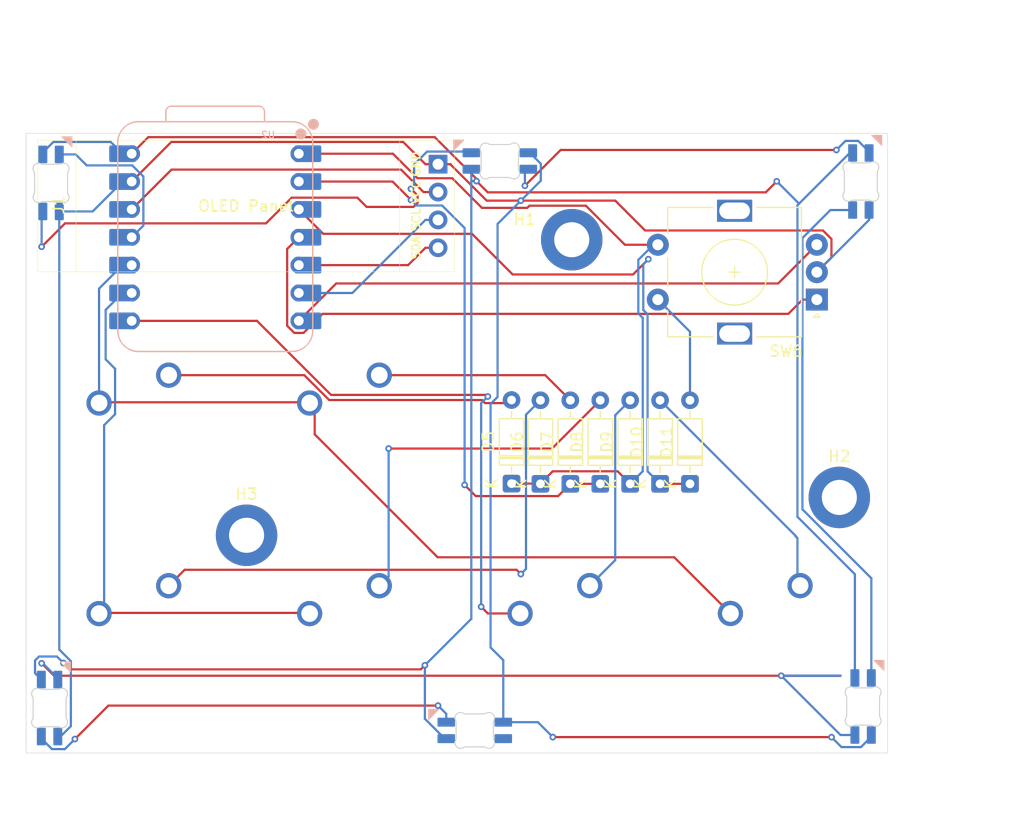
<source format=kicad_pcb>
(kicad_pcb (version 20241229) (generator "pcbnew") (generator_version "9.0")
  (layers (0 "F.Cu" signal) (2 "B.Cu" signal) (13 "F.Paste" user) (15 "B.Paste" user) (5 "F.SilkS" user "F.Silkscreen") (7 "B.SilkS" user "B.Silkscreen") (1 "F.Mask" user) (3 "B.Mask" user) (25 "Edge.Cuts" user))
  (net 0 "")
  (net 1 "VCC")
  (net 2 "GND")
  (net 3 "Net-(D1-DOUT)")
  (net 4 "LED_STR")
  (net 5 "Net-(D2-DOUT)")
  (net 6 "Net-(D3-DOUT)")
  (net 7 "SDA")
  (net 8 "SCL")
  (net 9 "COL0")
  (net 10 "Net-(D5-A)")
  (net 11 "Net-(D7-A)")
  (net 12 "COL1")
  (net 13 "Net-(D6-A)")
  (net 14 "Net-(D8-A)")
  (net 15 "Pin1")
  (net 16 "Pin2")
  (net 17 "+5V")
  (net 21 "COL2")
  (net 22 "Net-(D9-A)")
  (net 23 "Net-(D10-A)")
  (net 24 "RotarSwitch2")
  (net 25 "ROW0")
  (net 26 "ROW2")
  (net 27 "ROW1")
  (net 28 "Net-(D12-DIN)")
  (net 29 "Net-(D12-DOUT)")
  (footprint "KeySwitch:MX-Solderable-1U" (layer "F.Cu") (at 184.15 121.57)
    (property "Reference" "SW4")
    (property "Value" "SW_Push")
  )
  (footprint "Diode_THT:D_DO-35_SOD27_P7.62mm_Horizontal" (layer "F.Cu") (at 179.5622 107.1875 90)
    (property "Reference" "D5")
    (property "Value" "D")
  )
  (footprint "Hackclub Footprints:MX_SK6812MINI-E_REV" (layer "F.Cu") (at 216.6975 127.5125 -90)
    (property "Reference" "D4" (hide yes))
    (property "Value" "SK6812MINI")
    (fp_line (start 0.794452 6.579999) (end -0.794453 6.579999) (stroke (width 0.1)) (layer "Edge.Cuts"))
    (fp_line (start -1.699999 5.782842) (end -1.699999 4.377158) (stroke (width 0.1)) (layer "Edge.Cuts"))
    (fp_line (start 1.699999 4.377158) (end 1.699999 5.782842) (stroke (width 0.1)) (layer "Edge.Cuts"))
    (fp_line (start -0.794452 3.58) (end 0.794452 3.58) (stroke (width 0.1)) (layer "Edge.Cuts"))
    (fp_arc (start -1.046711 6.648298) (mid -0.925123 6.597376) (end -0.794453 6.579999) (stroke (width 0.1)) (layer "Edge.Cuts"))
    (fp_arc (start -1.046711 6.648298) (mid -1.638071 6.584034) (end -1.749484 5.99972) (stroke (width 0.1)) (layer "Edge.Cuts"))
    (fp_arc (start 0.794453 6.58) (mid 0.925123 6.597377) (end 1.046711 6.648299) (stroke (width 0.1)) (layer "Edge.Cuts"))
    (fp_arc (start 1.749484 5.99972) (mid 1.638071 6.584035) (end 1.046711 6.648299) (stroke (width 0.1)) (layer "Edge.Cuts"))
    (fp_arc (start 1.749484 5.99972) (mid 1.712527 5.894068) (end 1.699999 5.782842) (stroke (width 0.1)) (layer "Edge.Cuts"))
    (fp_arc (start -1.699999 5.782843) (mid -1.712527 5.894068) (end -1.749484 5.99972) (stroke (width 0.1)) (layer "Edge.Cuts"))
    (fp_arc (start 1.699999 4.377157) (mid 1.712527 4.265932) (end 1.749484 4.16028) (stroke (width 0.1)) (layer "Edge.Cuts"))
    (fp_arc (start -1.749484 4.160281) (mid -1.638072 3.575965) (end -1.046711 3.511701) (stroke (width 0.1)) (layer "Edge.Cuts"))
    (fp_arc (start -1.749484 4.16028) (mid -1.712527 4.265932) (end -1.699999 4.377158) (stroke (width 0.1)) (layer "Edge.Cuts"))
    (fp_arc (start -0.794452 3.58) (mid -0.925123 3.562623) (end -1.046711 3.511701) (stroke (width 0.1)) (layer "Edge.Cuts"))
    (fp_arc (start 1.046711 3.511703) (mid 1.63807 3.575966) (end 1.749484 4.16028) (stroke (width 0.1)) (layer "Edge.Cuts"))
    (fp_arc (start 1.04671 3.511701) (mid 0.925122 3.562623) (end 0.794452 3.58) (stroke (width 0.1)) (layer "Edge.Cuts"))
  )
  (footprint "Diode_THT:D_DO-35_SOD27_P7.62mm_Horizontal" (layer "F.Cu") (at 193.1044 107.21 90)
    (property "Reference" "D10")
    (property "Value" "D")
  )
  (footprint "MountingHole:MountingHole_3.2mm_M3_DIN965_Pad_TopBottom" (layer "F.Cu") (at 155.4 111.9)
    (property "Reference" "H3")
    (property "Value" "MountingHole_Pad")
  )
  (footprint "Hackclub Footprints:MX_SK6812MINI-E_REV" (layer "F.Cu") (at 142.5175 127.6525 -90)
    (property "Reference" "D12" (hide yes))
    (property "Value" "SK6812MINI")
    (fp_line (start 0.794452 6.579999) (end -0.794453 6.579999) (stroke (width 0.1)) (layer "Edge.Cuts"))
    (fp_line (start -1.699999 5.782842) (end -1.699999 4.377158) (stroke (width 0.1)) (layer "Edge.Cuts"))
    (fp_line (start 1.699999 4.377158) (end 1.699999 5.782842) (stroke (width 0.1)) (layer "Edge.Cuts"))
    (fp_line (start -0.794452 3.58) (end 0.794452 3.58) (stroke (width 0.1)) (layer "Edge.Cuts"))
    (fp_arc (start -1.046711 6.648298) (mid -0.925123 6.597376) (end -0.794453 6.579999) (stroke (width 0.1)) (layer "Edge.Cuts"))
    (fp_arc (start -1.046711 6.648298) (mid -1.638071 6.584034) (end -1.749484 5.99972) (stroke (width 0.1)) (layer "Edge.Cuts"))
    (fp_arc (start 0.794453 6.58) (mid 0.925123 6.597377) (end 1.046711 6.648299) (stroke (width 0.1)) (layer "Edge.Cuts"))
    (fp_arc (start 1.749484 5.99972) (mid 1.638071 6.584035) (end 1.046711 6.648299) (stroke (width 0.1)) (layer "Edge.Cuts"))
    (fp_arc (start 1.749484 5.99972) (mid 1.712527 5.894068) (end 1.699999 5.782842) (stroke (width 0.1)) (layer "Edge.Cuts"))
    (fp_arc (start -1.699999 5.782843) (mid -1.712527 5.894068) (end -1.749484 5.99972) (stroke (width 0.1)) (layer "Edge.Cuts"))
    (fp_arc (start 1.699999 4.377157) (mid 1.712527 4.265932) (end 1.749484 4.16028) (stroke (width 0.1)) (layer "Edge.Cuts"))
    (fp_arc (start -1.749484 4.160281) (mid -1.638072 3.575965) (end -1.046711 3.511701) (stroke (width 0.1)) (layer "Edge.Cuts"))
    (fp_arc (start -1.749484 4.16028) (mid -1.712527 4.265932) (end -1.699999 4.377158) (stroke (width 0.1)) (layer "Edge.Cuts"))
    (fp_arc (start -0.794452 3.58) (mid -0.925123 3.562623) (end -1.046711 3.511701) (stroke (width 0.1)) (layer "Edge.Cuts"))
    (fp_arc (start 1.046711 3.511703) (mid 1.63807 3.575966) (end 1.749484 4.16028) (stroke (width 0.1)) (layer "Edge.Cuts"))
    (fp_arc (start 1.04671 3.511701) (mid 0.925122 3.562623) (end 0.794452 3.58) (stroke (width 0.1)) (layer "Edge.Cuts"))
  )
  (footprint "Diode_THT:D_DO-35_SOD27_P7.62mm_Horizontal" (layer "F.Cu") (at 187.65 107.21 90)
    (property "Reference" "D8")
    (property "Value" "D")
  )
  (footprint "Rotary_Encoder:RotaryEncoder_Alps_EC11E-Switch_Vertical_H20mm" (layer "F.Cu") (at 207.4 90.41 180)
    (property "Reference" "SW6")
    (property "Value" "RotaryEncoder_Switch")
  )
  (footprint "KeySwitch:MX-Solderable-1U" (layer "F.Cu") (at 164.96 102.38)
    (property "Reference" "SW1")
    (property "Value" "SW_Push")
  )
  (footprint "KeySwitch:MX-Solderable-1U" (layer "F.Cu") (at 145.76 121.58)
    (property "Reference" "SW2")
    (property "Value" "SW_Push")
  )
  (footprint "Hackclub Footprints:MX_SK6812MINI-E_REV" (layer "F.Cu") (at 178.4925 72.6925)
    (property "Reference" "D2" (hide yes))
    (property "Value" "SK6812MINI")
    (fp_line (start -1.699999 5.782842) (end -1.699999 4.377158) (stroke (width 0.1)) (layer "Edge.Cuts"))
    (fp_line (start -0.794452 3.58) (end 0.794452 3.58) (stroke (width 0.1)) (layer "Edge.Cuts"))
    (fp_line (start 0.794452 6.579999) (end -0.794453 6.579999) (stroke (width 0.1)) (layer "Edge.Cuts"))
    (fp_line (start 1.699999 4.377158) (end 1.699999 5.782842) (stroke (width 0.1)) (layer "Edge.Cuts"))
    (fp_arc (start -1.749484 4.16028) (mid -1.712527 4.265932) (end -1.699999 4.377158) (stroke (width 0.1)) (layer "Edge.Cuts"))
    (fp_arc (start -1.749484 4.160281) (mid -1.638072 3.575965) (end -1.046711 3.511701) (stroke (width 0.1)) (layer "Edge.Cuts"))
    (fp_arc (start -1.699999 5.782843) (mid -1.712527 5.894068) (end -1.749484 5.99972) (stroke (width 0.1)) (layer "Edge.Cuts"))
    (fp_arc (start -1.046711 6.648298) (mid -1.638071 6.584034) (end -1.749484 5.99972) (stroke (width 0.1)) (layer "Edge.Cuts"))
    (fp_arc (start -1.046711 6.648298) (mid -0.925123 6.597376) (end -0.794453 6.579999) (stroke (width 0.1)) (layer "Edge.Cuts"))
    (fp_arc (start -0.794452 3.58) (mid -0.925123 3.562623) (end -1.046711 3.511701) (stroke (width 0.1)) (layer "Edge.Cuts"))
    (fp_arc (start 0.794453 6.58) (mid 0.925123 6.597377) (end 1.046711 6.648299) (stroke (width 0.1)) (layer "Edge.Cuts"))
    (fp_arc (start 1.04671 3.511701) (mid 0.925122 3.562623) (end 0.794452 3.58) (stroke (width 0.1)) (layer "Edge.Cuts"))
    (fp_arc (start 1.046711 3.511703) (mid 1.63807 3.575966) (end 1.749484 4.16028) (stroke (width 0.1)) (layer "Edge.Cuts"))
    (fp_arc (start 1.699999 4.377157) (mid 1.712527 4.265932) (end 1.749484 4.16028) (stroke (width 0.1)) (layer "Edge.Cuts"))
    (fp_arc (start 1.749484 5.99972) (mid 1.638071 6.584035) (end 1.046711 6.648299) (stroke (width 0.1)) (layer "Edge.Cuts"))
    (fp_arc (start 1.749484 5.99972) (mid 1.712527 5.894068) (end 1.699999 5.782842) (stroke (width 0.1)) (layer "Edge.Cuts"))
  )
  (footprint "KeySwitch:MX-Solderable-1U" (layer "F.Cu") (at 164.96 121.58)
    (property "Reference" "SW3")
    (property "Value" "SW_Push")
  )
  (footprint "OLED 128x32:SSD1306-0.91-OLED-4pin-128x32" (layer "F.Cu") (at 136.36 75.875)
    (property "Reference" "J1")
    (property "Value" "Conn_01x04")
  )
  (footprint "KeySwitch:MX-Solderable-1U" (layer "F.Cu") (at 203.33 121.57)
    (property "Reference" "SW5")
    (property "Value" "SW_Push")
  )
  (footprint "Diode_THT:D_DO-35_SOD27_P7.62mm_Horizontal" (layer "F.Cu") (at 182.1956 107.21 90)
    (property "Reference" "D6")
    (property "Value" "D")
  )
  (footprint "Diode_THT:D_DO-35_SOD27_P7.62mm_Horizontal" (layer "F.Cu") (at 190.3772 107.21 90)
    (property "Reference" "D9")
    (property "Value" "D")
  )
  (footprint "Diode_THT:D_DO-35_SOD27_P7.62mm_Horizontal" (layer "F.Cu") (at 184.9228 107.21 90)
    (property "Reference" "D7")
    (property "Value" "D")
  )
  (footprint "Hackclub Footprints:MX_SK6812MINI-E_REV" (layer "F.Cu") (at 216.4925 79.6425 -90)
    (property "Reference" "D3" (hide yes))
    (property "Value" "SK6812MINI")
    (fp_line (start 0.794452 6.579999) (end -0.794453 6.579999) (stroke (width 0.1)) (layer "Edge.Cuts"))
    (fp_line (start -1.699999 5.782842) (end -1.699999 4.377158) (stroke (width 0.1)) (layer "Edge.Cuts"))
    (fp_line (start 1.699999 4.377158) (end 1.699999 5.782842) (stroke (width 0.1)) (layer "Edge.Cuts"))
    (fp_line (start -0.794452 3.58) (end 0.794452 3.58) (stroke (width 0.1)) (layer "Edge.Cuts"))
    (fp_arc (start -1.046711 6.648298) (mid -0.925123 6.597376) (end -0.794453 6.579999) (stroke (width 0.1)) (layer "Edge.Cuts"))
    (fp_arc (start -1.046711 6.648298) (mid -1.638071 6.584034) (end -1.749484 5.99972) (stroke (width 0.1)) (layer "Edge.Cuts"))
    (fp_arc (start 0.794453 6.58) (mid 0.925123 6.597377) (end 1.046711 6.648299) (stroke (width 0.1)) (layer "Edge.Cuts"))
    (fp_arc (start 1.749484 5.99972) (mid 1.638071 6.584035) (end 1.046711 6.648299) (stroke (width 0.1)) (layer "Edge.Cuts"))
    (fp_arc (start 1.749484 5.99972) (mid 1.712527 5.894068) (end 1.699999 5.782842) (stroke (width 0.1)) (layer "Edge.Cuts"))
    (fp_arc (start -1.699999 5.782843) (mid -1.712527 5.894068) (end -1.749484 5.99972) (stroke (width 0.1)) (layer "Edge.Cuts"))
    (fp_arc (start 1.699999 4.377157) (mid 1.712527 4.265932) (end 1.749484 4.16028) (stroke (width 0.1)) (layer "Edge.Cuts"))
    (fp_arc (start -1.749484 4.160281) (mid -1.638072 3.575965) (end -1.046711 3.511701) (stroke (width 0.1)) (layer "Edge.Cuts"))
    (fp_arc (start -1.749484 4.16028) (mid -1.712527 4.265932) (end -1.699999 4.377158) (stroke (width 0.1)) (layer "Edge.Cuts"))
    (fp_arc (start -0.794452 3.58) (mid -0.925123 3.562623) (end -1.046711 3.511701) (stroke (width 0.1)) (layer "Edge.Cuts"))
    (fp_arc (start 1.046711 3.511703) (mid 1.63807 3.575966) (end 1.749484 4.16028) (stroke (width 0.1)) (layer "Edge.Cuts"))
    (fp_arc (start 1.04671 3.511701) (mid 0.925122 3.562623) (end 0.794452 3.58) (stroke (width 0.1)) (layer "Edge.Cuts"))
  )
  (footprint "KeySwitch:MX-Solderable-1U" (layer "F.Cu") (at 145.76 102.38)
    (property "Reference" "SW0")
    (property "Value" "SW_Push")
  )
  (footprint "Diode_THT:D_DO-35_SOD27_P7.62mm_Horizontal" (layer "F.Cu") (at 195.8316 107.21 90)
    (property "Reference" "D11")
    (property "Value" "D")
  )
  (footprint "MountingHole:MountingHole_3.2mm_M3_DIN965_Pad_TopBottom" (layer "F.Cu") (at 185.05 84.95)
    (property "Reference" "H1")
    (property "Value" "MountingHole_Pad")
  )
  (footprint "MountingHole:MountingHole_3.2mm_M3_DIN965_Pad_TopBottom" (layer "F.Cu") (at 209.45 108.45)
    (property "Reference" "H2")
    (property "Value" "MountingHole_Pad")
  )
  (footprint "Hackclub Footprints:MX_SK6812MINI-E_REV" (layer "F.Cu") (at 142.6525 79.7725 -90)
    (property "Reference" "D1" (hide yes))
    (property "Value" "SK6812MINI")
    (fp_line (start 0.794452 6.579999) (end -0.794453 6.579999) (stroke (width 0.1)) (layer "Edge.Cuts"))
    (fp_line (start -1.699999 5.782842) (end -1.699999 4.377158) (stroke (width 0.1)) (layer "Edge.Cuts"))
    (fp_line (start 1.699999 4.377158) (end 1.699999 5.782842) (stroke (width 0.1)) (layer "Edge.Cuts"))
    (fp_line (start -0.794452 3.58) (end 0.794452 3.58) (stroke (width 0.1)) (layer "Edge.Cuts"))
    (fp_arc (start -1.046711 6.648298) (mid -0.925123 6.597376) (end -0.794453 6.579999) (stroke (width 0.1)) (layer "Edge.Cuts"))
    (fp_arc (start -1.046711 6.648298) (mid -1.638071 6.584034) (end -1.749484 5.99972) (stroke (width 0.1)) (layer "Edge.Cuts"))
    (fp_arc (start 0.794453 6.58) (mid 0.925123 6.597377) (end 1.046711 6.648299) (stroke (width 0.1)) (layer "Edge.Cuts"))
    (fp_arc (start 1.749484 5.99972) (mid 1.638071 6.584035) (end 1.046711 6.648299) (stroke (width 0.1)) (layer "Edge.Cuts"))
    (fp_arc (start 1.749484 5.99972) (mid 1.712527 5.894068) (end 1.699999 5.782842) (stroke (width 0.1)) (layer "Edge.Cuts"))
    (fp_arc (start -1.699999 5.782843) (mid -1.712527 5.894068) (end -1.749484 5.99972) (stroke (width 0.1)) (layer "Edge.Cuts"))
    (fp_arc (start 1.699999 4.377157) (mid 1.712527 4.265932) (end 1.749484 4.16028) (stroke (width 0.1)) (layer "Edge.Cuts"))
    (fp_arc (start -1.749484 4.160281) (mid -1.638072 3.575965) (end -1.046711 3.511701) (stroke (width 0.1)) (layer "Edge.Cuts"))
    (fp_arc (start -1.749484 4.16028) (mid -1.712527 4.265932) (end -1.699999 4.377158) (stroke (width 0.1)) (layer "Edge.Cuts"))
    (fp_arc (start -0.794452 3.58) (mid -0.925123 3.562623) (end -1.046711 3.511701) (stroke (width 0.1)) (layer "Edge.Cuts"))
    (fp_arc (start 1.046711 3.511703) (mid 1.63807 3.575966) (end 1.749484 4.16028) (stroke (width 0.1)) (layer "Edge.Cuts"))
    (fp_arc (start 1.04671 3.511701) (mid 0.925122 3.562623) (end 0.794452 3.58) (stroke (width 0.1)) (layer "Edge.Cuts"))
  )
  (footprint "Hackclub Footprints:MX_SK6812MINI-E_REV" (layer "F.Cu") (at 176.2075 124.6125)
    (property "Reference" "D13" (hide yes))
    (property "Value" "SK6812MINI")
    (fp_line (start -1.699999 5.782842) (end -1.699999 4.377158) (stroke (width 0.1)) (layer "Edge.Cuts"))
    (fp_line (start -0.794452 3.58) (end 0.794452 3.58) (stroke (width 0.1)) (layer "Edge.Cuts"))
    (fp_line (start 0.794452 6.579999) (end -0.794453 6.579999) (stroke (width 0.1)) (layer "Edge.Cuts"))
    (fp_line (start 1.699999 4.377158) (end 1.699999 5.782842) (stroke (width 0.1)) (layer "Edge.Cuts"))
    (fp_arc (start -1.749484 4.16028) (mid -1.712527 4.265932) (end -1.699999 4.377158) (stroke (width 0.1)) (layer "Edge.Cuts"))
    (fp_arc (start -1.749484 4.160281) (mid -1.638072 3.575965) (end -1.046711 3.511701) (stroke (width 0.1)) (layer "Edge.Cuts"))
    (fp_arc (start -1.699999 5.782843) (mid -1.712527 5.894068) (end -1.749484 5.99972) (stroke (width 0.1)) (layer "Edge.Cuts"))
    (fp_arc (start -1.046711 6.648298) (mid -1.638071 6.584034) (end -1.749484 5.99972) (stroke (width 0.1)) (layer "Edge.Cuts"))
    (fp_arc (start -1.046711 6.648298) (mid -0.925123 6.597376) (end -0.794453 6.579999) (stroke (width 0.1)) (layer "Edge.Cuts"))
    (fp_arc (start -0.794452 3.58) (mid -0.925123 3.562623) (end -1.046711 3.511701) (stroke (width 0.1)) (layer "Edge.Cuts"))
    (fp_arc (start 0.794453 6.58) (mid 0.925123 6.597377) (end 1.046711 6.648299) (stroke (width 0.1)) (layer "Edge.Cuts"))
    (fp_arc (start 1.04671 3.511701) (mid 0.925122 3.562623) (end 0.794452 3.58) (stroke (width 0.1)) (layer "Edge.Cuts"))
    (fp_arc (start 1.046711 3.511703) (mid 1.63807 3.575966) (end 1.749484 4.16028) (stroke (width 0.1)) (layer "Edge.Cuts"))
    (fp_arc (start 1.699999 4.377157) (mid 1.712527 4.265932) (end 1.749484 4.16028) (stroke (width 0.1)) (layer "Edge.Cuts"))
    (fp_arc (start 1.749484 5.99972) (mid 1.638071 6.584035) (end 1.046711 6.648299) (stroke (width 0.1)) (layer "Edge.Cuts"))
    (fp_arc (start 1.749484 5.99972) (mid 1.712527 5.894068) (end 1.699999 5.782842) (stroke (width 0.1)) (layer "Edge.Cuts"))
  )
  (footprint "OPL Lib:XIAO-RP2040-DIP" (layer "B.Cu") (at 152.545 84.7285 180)
    (property "Reference" "U2")
    (property "Value" "XIAO-RP2040-DIP")
  )
  (gr_rect (start 135.3 75.25) (end 213.85 131.75) (stroke (width 0.05)) (fill no) (layer "Edge.Cuts"))
  (segment (start 144.925 82.1885) (end 148.5567 78.5568) (width 0.2) (layer "F.Cu") (net 1))
  (segment (start 171.5331 80.605) (end 171.7083 80.605) (width 0.2) (layer "F.Cu") (net 1))
  (segment (start 169.4849 78.5568) (end 171.5331 80.605) (width 0.2) (layer "F.Cu") (net 1))
  (segment (start 172.86 80.605) (end 171.7083 80.605) (width 0.2) (layer "F.Cu") (net 1))
  (segment (start 148.5567 78.5568) (end 169.4849 78.5568) (width 0.2) (layer "F.Cu") (net 1))
  (segment (start 144.925 82.1885) (end 144.09 82.1885) (width 0.2) (layer "B.Cu") (net 1))
  (segment (start 208.7295 86.5805) (end 207.4 87.91) (width 0.2) (layer "F.Cu") (net 2))
  (segment (start 208.7295 84.8831) (end 208.7295 86.5805) (width 0.2) (layer "F.Cu") (net 2))
  (segment (start 169.6823 76.039) (end 171.7083 78.065) (width 0.2) (layer "F.Cu") (net 2))
  (segment (start 208.7314 130.3028) (end 208.7386 130.31) (width 0.2) (layer "F.Cu") (net 2))
  (segment (start 183.3256 130.3028) (end 208.7314 130.3028) (width 0.2) (layer "F.Cu") (net 2))
  (segment (start 189.019 81.3876) (end 191.7397 84.1083) (width 0.2) (layer "F.Cu") (net 2))
  (segment (start 180.4089 81.3876) (end 189.019 81.3876) (width 0.2) (layer "F.Cu") (net 2))
  (segment (start 208.7314 130.3028) (end 208.7386 130.31) (width 0.2) (layer "F.Cu") (net 2))
  (segment (start 207.9547 84.1083) (end 208.7295 84.8831) (width 0.2) (layer "F.Cu") (net 2))
  (segment (start 144.925 79.6485) (end 148.5345 76.039) (width 0.2) (layer "F.Cu") (net 2))
  (segment (start 172.86 78.065) (end 171.7083 78.065) (width 0.2) (layer "F.Cu") (net 2))
  (segment (start 180.4089 81.3876) (end 177.2961 81.3876) (width 0.2) (layer "F.Cu") (net 2))
  (segment (start 208.7386 130.31) (end 208.7314 130.3028) (width 0.2) (layer "F.Cu") (net 2))
  (segment (start 191.7397 84.1083) (end 207.9547 84.1083) (width 0.2) (layer "F.Cu") (net 2))
  (segment (start 174.0117 78.1032) (end 174.0117 78.065) (width 0.2) (layer "F.Cu") (net 2))
  (segment (start 177.2961 81.3876) (end 174.0117 78.1032) (width 0.2) (layer "F.Cu") (net 2))
  (segment (start 148.5345 76.039) (end 169.6823 76.039) (width 0.2) (layer "F.Cu") (net 2))
  (segment (start 172.86 78.065) (end 174.0117 78.065) (width 0.2) (layer "F.Cu") (net 2))
  (via (at 183.3256 130.3028) (size 0.6) (drill 0.3) (layers "F.Cu" "B.Cu") (net 2))
  (via (at 208.7386 130.31) (size 0.6) (drill 0.3) (layers "F.Cu" "B.Cu") (net 2))
  (via (at 180.4089 81.3876) (size 0.6) (drill 0.3) (layers "F.Cu" "B.Cu") (net 2))
  (segment (start 180.4089 81.3876) (end 182.2284 79.5681) (width 0.2) (layer "B.Cu") (net 2))
  (segment (start 181.2284 77.0225) (end 181.0925 77.0225) (width 0.2) (layer "B.Cu") (net 2))
  (segment (start 212.1625 82.2425) (end 212.1625 83.1475) (width 0.2) (layer "B.Cu") (net 2))
  (segment (start 139.379 123.3769) (end 138.3225 122.3204) (width 0.2) (layer "B.Cu") (net 2))
  (segment (start 138.4306 130.2525) (end 139.379 129.3041) (width 0.2) (layer "B.Cu") (net 2))
  (segment (start 209.6431 131.2145) (end 211.421 131.2145) (width 0.2) (layer "B.Cu") (net 2))
  (segment (start 177.648 122.1316) (end 177.648 99.9259) (width 0.2) (layer "B.Cu") (net 2))
  (segment (start 138.3225 122.3204) (end 138.3225 82.3725) (width 0.2) (layer "B.Cu") (net 2))
  (segment (start 178.2878 83.5087) (end 180.4089 81.3876) (width 0.2) (layer "B.Cu") (net 2))
  (segment (start 211.421 131.2145) (end 212.3675 130.268) (width 0.2) (layer "B.Cu") (net 2))
  (segment (start 208.7314 130.3028) (end 208.7386 130.31) (width 0.2) (layer "B.Cu") (net 2))
  (segment (start 144.925 79.6485) (end 144.09 79.6485) (width 0.2) (layer "B.Cu") (net 2))
  (segment (start 181.9653 128.9425) (end 178.8075 128.9425) (width 0.2) (layer "B.Cu") (net 2))
  (segment (start 208.7386 130.31) (end 208.7314 130.3028) (width 0.2) (layer "B.Cu") (net 2))
  (segment (start 212.1625 83.1475) (end 207.4 87.91) (width 0.2) (layer "B.Cu") (net 2))
  (segment (start 144.09 79.6485) (end 141.366 82.3725) (width 0.2) (layer "B.Cu") (net 2))
  (segment (start 183.3256 130.3028) (end 181.9653 128.9425) (width 0.2) (layer "B.Cu") (net 2))
  (segment (start 177.648 99.9259) (end 178.2878 99.2861) (width 0.2) (layer "B.Cu") (net 2))
  (segment (start 182.2284 78.0225) (end 181.2284 77.0225) (width 0.2) (layer "B.Cu") (net 2))
  (segment (start 138.1875 130.2525) (end 138.4306 130.2525) (width 0.2) (layer "B.Cu") (net 2))
  (segment (start 178.2878 99.2861) (end 178.2878 83.5087) (width 0.2) (layer "B.Cu") (net 2))
  (segment (start 212.3675 130.268) (end 212.3675 130.1125) (width 0.2) (layer "B.Cu") (net 2))
  (segment (start 182.2284 79.5681) (end 182.2284 78.0225) (width 0.2) (layer "B.Cu") (net 2))
  (segment (start 178.8075 128.9425) (end 178.8075 123.2911) (width 0.2) (layer "B.Cu") (net 2))
  (segment (start 208.7386 130.31) (end 209.6431 131.2145) (width 0.2) (layer "B.Cu") (net 2))
  (segment (start 178.8075 123.2911) (end 177.648 122.1316) (width 0.2) (layer "B.Cu") (net 2))
  (segment (start 141.366 82.3725) (end 138.3225 82.3725) (width 0.2) (layer "B.Cu") (net 2))
  (segment (start 139.379 129.3041) (end 139.379 123.3769) (width 0.2) (layer "B.Cu") (net 2))
  (segment (start 159.5138 81.1157) (end 157.171 83.4585) (width 0.2) (layer "F.Cu") (net 3))
  (segment (start 170.9975 81.5764) (end 170.6145 81.9594) (width 0.2) (layer "F.Cu") (net 3))
  (segment (start 170.6145 81.9594) (end 166.3484 81.9594) (width 0.2) (layer "F.Cu") (net 3))
  (segment (start 166.3484 81.9594) (end 165.5047 81.1157) (width 0.2) (layer "F.Cu") (net 3))
  (segment (start 157.171 83.4585) (end 138.8482 83.4585) (width 0.2) (layer "F.Cu") (net 3))
  (segment (start 165.5047 81.1157) (end 159.5138 81.1157) (width 0.2) (layer "F.Cu") (net 3))
  (segment (start 170.3912 80.3142) (end 170.9975 80.9205) (width 0.2) (layer "F.Cu") (net 3))
  (segment (start 170.9975 80.9205) (end 170.9975 81.5764) (width 0.2) (layer "F.Cu") (net 3))
  (segment (start 138.8482 83.4585) (end 136.7134 85.5933) (width 0.2) (layer "F.Cu") (net 3))
  (via (at 170.3912 80.3142) (size 0.6) (drill 0.3) (layers "F.Cu" "B.Cu") (net 3))
  (via (at 136.7134 85.5933) (size 0.6) (drill 0.3) (layers "F.Cu" "B.Cu") (net 3))
  (segment (start 175.7819 76.9119) (end 175.8925 77.0225) (width 0.2) (layer "B.Cu") (net 3))
  (segment (start 136.8225 82.3725) (end 136.7134 82.4816) (width 0.2) (layer "B.Cu") (net 3))
  (segment (start 136.7134 82.4816) (end 136.7134 85.5933) (width 0.2) (layer "B.Cu") (net 3))
  (segment (start 170.6753 80.0301) (end 170.6753 78.0988) (width 0.2) (layer "B.Cu") (net 3))
  (segment (start 170.6753 80.0301) (end 170.3912 80.3142) (width 0.2) (layer "B.Cu") (net 3))
  (segment (start 170.6753 78.0988) (end 171.8622 76.9119) (width 0.2) (layer "B.Cu") (net 3))
  (segment (start 171.8622 76.9119) (end 175.7819 76.9119) (width 0.2) (layer "B.Cu") (net 3))
  (segment (start 144.09 84.7285) (end 144.925 84.7285) (width 0.2) (layer "B.Cu") (net 4))
  (segment (start 144.9736 78.1728) (end 140.8174 78.1728) (width 0.2) (layer "B.Cu") (net 4))
  (segment (start 145.9906 83.6629) (end 145.9906 79.1898) (width 0.2) (layer "B.Cu") (net 4))
  (segment (start 145.9906 79.1898) (end 144.9736 78.1728) (width 0.2) (layer "B.Cu") (net 4))
  (segment (start 139.8171 77.1725) (end 138.3225 77.1725) (width 0.2) (layer "B.Cu") (net 4))
  (segment (start 140.8174 78.1728) (end 139.8171 77.1725) (width 0.2) (layer "B.Cu") (net 4))
  (segment (start 144.925 84.7285) (end 145.9906 83.6629) (width 0.2) (layer "B.Cu") (net 4))
  (segment (start 184.0417 76.7663) (end 180.7797 80.0283) (width 0.2) (layer "F.Cu") (net 5))
  (segment (start 209.1811 76.7663) (end 184.0417 76.7663) (width 0.2) (layer "F.Cu") (net 5))
  (via (at 209.1811 76.7663) (size 0.6) (drill 0.3) (layers "F.Cu" "B.Cu") (net 5))
  (via (at 180.7797 80.0283) (size 0.6) (drill 0.3) (layers "F.Cu" "B.Cu") (net 5))
  (segment (start 212.1625 77.0425) (end 212.1625 76.9342) (width 0.2) (layer "B.Cu") (net 5))
  (segment (start 212.1625 76.9342) (end 211.1688 75.9405) (width 0.2) (layer "B.Cu") (net 5))
  (segment (start 210.0069 75.9405) (end 209.1811 76.7663) (width 0.2) (layer "B.Cu") (net 5))
  (segment (start 180.7797 80.0283) (end 180.7797 78.8353) (width 0.2) (layer "B.Cu") (net 5))
  (segment (start 180.7797 78.8353) (end 181.0925 78.5225) (width 0.2) (layer "B.Cu") (net 5))
  (segment (start 211.1688 75.9405) (end 210.0069 75.9405) (width 0.2) (layer "B.Cu") (net 5))
  (segment (start 212.3675 124.9125) (end 212.3675 115.8183) (width 0.2) (layer "B.Cu") (net 6))
  (segment (start 208.6351 82.2425) (end 210.6625 82.2425) (width 0.2) (layer "B.Cu") (net 6))
  (segment (start 212.3675 115.8183) (end 206.0835 109.5343) (width 0.2) (layer "B.Cu") (net 6))
  (segment (start 206.0835 84.7941) (end 208.6351 82.2425) (width 0.2) (layer "B.Cu") (net 6))
  (segment (start 206.0835 109.5343) (end 206.0835 84.7941) (width 0.2) (layer "B.Cu") (net 6))
  (segment (start 170.1248 87.2685) (end 160.165 87.2685) (width 0.2) (layer "F.Cu") (net 7))
  (segment (start 172.86 85.685) (end 171.7083 85.685) (width 0.2) (layer "F.Cu") (net 7))
  (segment (start 171.7083 85.685) (end 170.1248 87.2685) (width 0.2) (layer "F.Cu") (net 7))
  (segment (start 160.165 87.2685) (end 161 87.2685) (width 0.2) (layer "B.Cu") (net 7))
  (segment (start 165.0448 89.8085) (end 161 89.8085) (width 0.2) (layer "B.Cu") (net 8))
  (segment (start 161 89.8085) (end 160.165 89.8085) (width 0.2) (layer "B.Cu") (net 8))
  (segment (start 172.86 83.145) (end 171.7083 83.145) (width 0.2) (layer "B.Cu") (net 8))
  (segment (start 171.7083 83.145) (end 165.0448 89.8085) (width 0.2) (layer "B.Cu") (net 8))
  (segment (start 194.3968 113.9068) (end 199.52 119.03) (width 0.2) (layer "F.Cu") (net 9))
  (segment (start 172.8225 113.9068) (end 194.3968 113.9068) (width 0.2) (layer "F.Cu") (net 9))
  (segment (start 141.95 99.84) (end 142.0172 99.7728) (width 0.2) (layer "F.Cu") (net 9))
  (segment (start 161.15 99.84) (end 161.6119 100.3019) (width 0.2) (layer "F.Cu") (net 9))
  (segment (start 161.0828 99.7728) (end 161.15 99.84) (width 0.2) (layer "F.Cu") (net 9))
  (segment (start 142.0172 99.7728) (end 161.0828 99.7728) (width 0.2) (layer "F.Cu") (net 9))
  (segment (start 161.6119 100.3019) (end 161.6119 102.6962) (width 0.2) (layer "F.Cu") (net 9))
  (segment (start 161.6119 102.6962) (end 172.8225 113.9068) (width 0.2) (layer "F.Cu") (net 9))
  (segment (start 141.95 89.4085) (end 144.09 87.2685) (width 0.2) (layer "B.Cu") (net 9))
  (segment (start 141.95 99.84) (end 141.95 89.4085) (width 0.2) (layer "B.Cu") (net 9))
  (segment (start 144.925 87.2685) (end 144.09 87.2685) (width 0.2) (layer "B.Cu") (net 9))
  (segment (start 179.2829 99.8468) (end 179.5622 99.5675) (width 0.2) (layer "F.Cu") (net 10))
  (segment (start 162.9317 99.5675) (end 176.8696 99.5675) (width 0.2) (layer "F.Cu") (net 10))
  (segment (start 177.1489 99.8468) (end 179.2829 99.8468) (width 0.2) (layer "F.Cu") (net 10))
  (segment (start 176.8696 99.5675) (end 177.1489 99.8468) (width 0.2) (layer "F.Cu") (net 10))
  (segment (start 160.6642 97.3) (end 162.9317 99.5675) (width 0.2) (layer "F.Cu") (net 10))
  (segment (start 148.3 97.3) (end 160.6642 97.3) (width 0.2) (layer "F.Cu") (net 10))
  (segment (start 184.9228 99.59) (end 182.6328 97.3) (width 0.2) (layer "F.Cu") (net 11))
  (segment (start 182.6328 97.3) (end 167.5 97.3) (width 0.2) (layer "F.Cu") (net 11))
  (segment (start 142.0117 118.9783) (end 161.0883 118.9783) (width 0.2) (layer "F.Cu") (net 12))
  (segment (start 161.0883 118.9783) (end 161.15 119.04) (width 0.2) (layer "F.Cu") (net 12))
  (segment (start 141.95 119.04) (end 142.0117 118.9783) (width 0.2) (layer "F.Cu") (net 12))
  (segment (start 144.925 89.8085) (end 144.09 89.8085) (width 0.2) (layer "B.Cu") (net 12))
  (segment (start 142.5504 95.8581) (end 143.4103 96.718) (width 0.2) (layer "B.Cu") (net 12))
  (segment (start 142.5504 91.3481) (end 142.5504 95.8581) (width 0.2) (layer "B.Cu") (net 12))
  (segment (start 142.4119 118.5781) (end 141.95 119.04) (width 0.2) (layer "B.Cu") (net 12))
  (segment (start 142.4119 101.8602) (end 142.4119 118.5781) (width 0.2) (layer "B.Cu") (net 12))
  (segment (start 144.09 89.8085) (end 142.5504 91.3481) (width 0.2) (layer "B.Cu") (net 12))
  (segment (start 143.4103 100.8618) (end 142.4119 101.8602) (width 0.2) (layer "B.Cu") (net 12))
  (segment (start 143.4103 96.718) (end 143.4103 100.8618) (width 0.2) (layer "B.Cu") (net 12))
  (segment (start 148.3 116.5) (end 149.7517 115.0483) (width 0.2) (layer "F.Cu") (net 13))
  (segment (start 149.7517 115.0483) (end 180.0209 115.0483) (width 0.2) (layer "F.Cu") (net 13))
  (segment (start 180.0209 115.0483) (end 180.4089 115.4363) (width 0.2) (layer "F.Cu") (net 13))
  (via (at 180.4089 115.4363) (size 0.6) (drill 0.3) (layers "F.Cu" "B.Cu") (net 13))
  (segment (start 180.8789 114.9663) (end 180.8789 100.9067) (width 0.2) (layer "B.Cu") (net 13))
  (segment (start 180.4089 115.4363) (end 180.8789 114.9663) (width 0.2) (layer "B.Cu") (net 13))
  (segment (start 180.8789 100.9067) (end 182.1956 99.59) (width 0.2) (layer "B.Cu") (net 13))
  (segment (start 187.65 99.59) (end 183.2457 103.9943) (width 0.2) (layer "F.Cu") (net 14))
  (segment (start 183.2457 103.9943) (end 168.3532 103.9943) (width 0.2) (layer "F.Cu") (net 14))
  (via (at 168.3532 103.9943) (size 0.6) (drill 0.3) (layers "F.Cu" "B.Cu") (net 14))
  (segment (start 168.3532 103.9943) (end 168.3532 115.6468) (width 0.2) (layer "B.Cu") (net 14))
  (segment (start 168.3532 115.6468) (end 167.5 116.5) (width 0.2) (layer "B.Cu") (net 14))
  (segment (start 160.5917 93.449) (end 159.7517 93.449) (width 0.2) (layer "F.Cu") (net 15))
  (segment (start 159.1013 92.7986) (end 159.1013 85.7922) (width 0.2) (layer "F.Cu") (net 15))
  (segment (start 207.4 90.41) (end 206.0983 90.41) (width 0.2) (layer "F.Cu") (net 15))
  (segment (start 159.1013 85.7922) (end 160.165 84.7285) (width 0.2) (layer "F.Cu") (net 15))
  (segment (start 206.0983 90.41) (end 204.7966 91.7117) (width 0.2) (layer "F.Cu") (net 15))
  (segment (start 162.329 91.7117) (end 160.5917 93.449) (width 0.2) (layer "F.Cu") (net 15))
  (segment (start 159.7517 93.449) (end 159.1013 92.7986) (width 0.2) (layer "F.Cu") (net 15))
  (segment (start 204.7966 91.7117) (end 162.329 91.7117) (width 0.2) (layer "F.Cu") (net 15))
  (segment (start 161 84.7285) (end 160.165 84.7285) (width 0.2) (layer "B.Cu") (net 15))
  (segment (start 207.4 85.41) (end 203.8713 88.9387) (width 0.2) (layer "F.Cu") (net 16))
  (segment (start 163.5748 88.9387) (end 160.165 92.3485) (width 0.2) (layer "F.Cu") (net 16))
  (segment (start 203.8713 88.9387) (end 163.5748 88.9387) (width 0.2) (layer "F.Cu") (net 16))
  (segment (start 161 92.3485) (end 160.165 92.3485) (width 0.2) (layer "B.Cu") (net 16))
  (segment (start 138.7022 123.551) (end 138.7773 123.6261) (width 0.2) (layer "F.Cu") (net 17))
  (segment (start 146.434 75.5995) (end 144.925 77.1085) (width 0.2) (layer "F.Cu") (net 17))
  (segment (start 203.7425 79.6247) (end 202.7371 80.6301) (width 0.2) (layer "F.Cu") (net 17))
  (segment (start 139.2768 124.1256) (end 171.2858 124.1256) (width 0.2) (layer "F.Cu") (net 17))
  (segment (start 176.3633 79.4005) (end 172.5623 75.5995) (width 0.2) (layer "F.Cu") (net 17))
  (segment (start 177.3894 80.6301) (end 176.3633 79.604) (width 0.2) (layer "F.Cu") (net 17))
  (segment (start 171.2858 124.1256) (end 171.6588 123.7526) (width 0.2) (layer "F.Cu") (net 17))
  (segment (start 138.7773 123.6261) (end 138.7022 123.551) (width 0.2) (layer "F.Cu") (net 17))
  (segment (start 202.7371 80.6301) (end 177.3894 80.6301) (width 0.2) (layer "F.Cu") (net 17))
  (segment (start 176.3633 79.604) (end 176.3633 79.4005) (width 0.2) (layer "F.Cu") (net 17))
  (segment (start 138.7022 123.551) (end 139.2768 124.1256) (width 0.2) (layer "F.Cu") (net 17))
  (segment (start 172.5623 75.5995) (end 146.434 75.5995) (width 0.2) (layer "F.Cu") (net 17))
  (via (at 171.6588 123.7526) (size 0.6) (drill 0.3) (layers "F.Cu" "B.Cu") (net 17))
  (via (at 138.7022 123.551) (size 0.6) (drill 0.3) (layers "F.Cu" "B.Cu") (net 17))
  (via (at 203.7425 79.6247) (size 0.6) (drill 0.3) (layers "F.Cu" "B.Cu") (net 17))
  (via (at 176.3633 79.604) (size 0.6) (drill 0.3) (layers "F.Cu" "B.Cu") (net 17))
  (segment (start 205.6298 81.8101) (end 205.7789 81.661) (width 0.2) (layer "B.Cu") (net 17))
  (segment (start 171.6588 128.6334) (end 173.4679 130.4425) (width 0.2) (layer "B.Cu") (net 17))
  (segment (start 143.018 76.0365) (end 137.7814 76.0365) (width 0.2) (layer "B.Cu") (net 17))
  (segment (start 136.6875 125.0525) (end 136.1119 124.4769) (width 0.2) (layer "B.Cu") (net 17))
  (segment (start 173.4679 130.4425) (end 173.6075 130.4425) (width 0.2) (layer "B.Cu") (net 17))
  (segment (start 136.8225 76.9954) (end 136.8225 77.1725) (width 0.2) (layer "B.Cu") (net 17))
  (segment (start 175.8925 119.5189) (end 171.6588 123.7526) (width 0.2) (layer "B.Cu") (net 17))
  (segment (start 144.925 77.1085) (end 144.09 77.1085) (width 0.2) (layer "B.Cu") (net 17))
  (segment (start 137.7814 76.0365) (end 136.8225 76.9954) (width 0.2) (layer "B.Cu") (net 17))
  (segment (start 171.6588 123.7526) (end 171.6588 128.6334) (width 0.2) (layer "B.Cu") (net 17))
  (segment (start 175.8925 78.5225) (end 175.8925 79.604) (width 0.2) (layer "B.Cu") (net 17))
  (segment (start 175.8925 79.604) (end 175.8925 119.5189) (width 0.2) (layer "B.Cu") (net 17))
  (segment (start 136.1119 124.4769) (end 136.1119 123.3217) (width 0.2) (layer "B.Cu") (net 17))
  (segment (start 205.7789 81.661) (end 210.3974 77.0425) (width 0.2) (layer "B.Cu") (net 17))
  (segment (start 210.8675 115.4512) (end 205.6298 110.2135) (width 0.2) (layer "B.Cu") (net 17))
  (segment (start 138.7022 123.551) (end 138.7773 123.6261) (width 0.2) (layer "B.Cu") (net 17))
  (segment (start 136.1119 123.3217) (end 136.4792 122.9544) (width 0.2) (layer "B.Cu") (net 17))
  (segment (start 136.4792 122.9544) (end 138.1056 122.9544) (width 0.2) (layer "B.Cu") (net 17))
  (segment (start 210.8675 124.9125) (end 210.8675 115.4512) (width 0.2) (layer "B.Cu") (net 17))
  (segment (start 205.7789 81.661) (end 203.7425 79.6247) (width 0.2) (layer "B.Cu") (net 17))
  (segment (start 176.3633 79.604) (end 175.8925 79.604) (width 0.2) (layer "B.Cu") (net 17))
  (segment (start 144.09 77.1085) (end 143.018 76.0365) (width 0.2) (layer "B.Cu") (net 17))
  (segment (start 210.3974 77.0425) (end 210.6625 77.0425) (width 0.2) (layer "B.Cu") (net 17))
  (segment (start 138.7773 123.6261) (end 138.7022 123.551) (width 0.2) (layer "B.Cu") (net 17))
  (segment (start 138.1056 122.9544) (end 138.7022 123.551) (width 0.2) (layer "B.Cu") (net 17))
  (segment (start 205.6298 110.2135) (end 205.6298 81.8101) (width 0.2) (layer "B.Cu") (net 17))
  (segment (start 156.3479 92.3485) (end 163.0996 99.1002) (width 0.2) (layer "F.Cu") (net 21))
  (segment (start 180.34 119.03) (end 177.4003 119.03) (width 0.2) (layer "F.Cu") (net 21))
  (segment (start 177.4003 119.03) (end 176.7909 118.4206) (width 0.2) (layer "F.Cu") (net 21))
  (segment (start 144.925 92.3485) (end 156.3479 92.3485) (width 0.2) (layer "F.Cu") (net 21))
  (segment (start 177.2531 99.1002) (end 177.398 99.2451) (width 0.2) (layer "F.Cu") (net 21))
  (segment (start 163.0996 99.1002) (end 177.2531 99.1002) (width 0.2) (layer "F.Cu") (net 21))
  (via (at 176.7909 118.4206) (size 0.6) (drill 0.3) (layers "F.Cu" "B.Cu") (net 21))
  (via (at 177.398 99.2451) (size 0.6) (drill 0.3) (layers "F.Cu" "B.Cu") (net 21))
  (segment (start 144.925 92.3485) (end 144.09 92.3485) (width 0.2) (layer "B.Cu") (net 21))
  (segment (start 176.7909 99.8522) (end 177.398 99.2451) (width 0.2) (layer "B.Cu") (net 21))
  (segment (start 176.7909 118.4206) (end 176.7909 99.8522) (width 0.2) (layer "B.Cu") (net 21))
  (segment (start 189.0136 114.1664) (end 186.69 116.49) (width 0.2) (layer "B.Cu") (net 22))
  (segment (start 190.3772 99.59) (end 189.0136 100.9536) (width 0.2) (layer "B.Cu") (net 22))
  (segment (start 189.0136 100.9536) (end 189.0136 114.1664) (width 0.2) (layer "B.Cu") (net 22))
  (segment (start 205.465 111.9978) (end 205.6298 112.1626) (width 0.2) (layer "B.Cu") (net 23))
  (segment (start 205.6298 112.1626) (end 205.6298 116.2498) (width 0.2) (layer "B.Cu") (net 23))
  (segment (start 193.1044 99.59) (end 205.465 111.9506) (width 0.2) (layer "B.Cu") (net 23))
  (segment (start 205.465 111.9506) (end 205.465 111.9978) (width 0.2) (layer "B.Cu") (net 23))
  (segment (start 205.6298 116.2498) (end 205.87 116.49) (width 0.2) (layer "B.Cu") (net 23))
  (segment (start 205.465 111.9978) (end 205.6298 112.1626) (width 0.2) (layer "B.Cu") (net 23))
  (segment (start 195.8316 93.3416) (end 192.9 90.41) (width 0.2) (layer "B.Cu") (net 24))
  (segment (start 195.8316 99.59) (end 195.8316 93.3416) (width 0.2) (layer "B.Cu") (net 24))
  (segment (start 181.1946 81.8483) (end 180.9959 82.047) (width 0.2) (layer "F.Cu") (net 25))
  (segment (start 190.3772 107.21) (end 189.234 106.0668) (width 0.2) (layer "F.Cu") (net 25))
  (segment (start 183.3163 106.0668) (end 182.1956 107.1875) (width 0.2) (layer "F.Cu") (net 25))
  (segment (start 170.9807 79.3432) (end 168.746 77.1085) (width 0.2) (layer "F.Cu") (net 25))
  (segment (start 176.8593 82.047) (end 174.1555 79.3432) (width 0.2) (layer "F.Cu") (net 25))
  (segment (start 192.9 85.41) (end 189.8965 85.41) (width 0.2) (layer "F.Cu") (net 25))
  (segment (start 189.234 106.0668) (end 183.3163 106.0668) (width 0.2) (layer "F.Cu") (net 25))
  (segment (start 174.1555 79.3432) (end 170.9807 79.3432) (width 0.2) (layer "F.Cu") (net 25))
  (segment (start 168.746 77.1085) (end 160.165 77.1085) (width 0.2) (layer "F.Cu") (net 25))
  (segment (start 182.1956 107.1875) (end 179.5622 107.1875) (width 0.2) (layer "F.Cu") (net 25))
  (segment (start 186.3348 81.8483) (end 181.1946 81.8483) (width 0.2) (layer "F.Cu") (net 25))
  (segment (start 180.9959 82.047) (end 176.8593 82.047) (width 0.2) (layer "F.Cu") (net 25))
  (segment (start 182.1956 107.1875) (end 182.1956 107.21) (width 0.2) (layer "F.Cu") (net 25))
  (segment (start 189.8965 85.41) (end 186.3348 81.8483) (width 0.2) (layer "F.Cu") (net 25))
  (segment (start 191.5233 106.0639) (end 190.3772 107.21) (width 0.2) (layer "B.Cu") (net 25))
  (segment (start 191.5233 92.0782) (end 191.5233 106.0639) (width 0.2) (layer "B.Cu") (net 25))
  (segment (start 191.1216 91.6765) (end 191.5233 92.0782) (width 0.2) (layer "B.Cu") (net 25))
  (segment (start 192.4996 85.41) (end 191.1216 86.788) (width 0.2) (layer "B.Cu") (net 25))
  (segment (start 191.1216 86.788) (end 191.1216 91.6765) (width 0.2) (layer "B.Cu") (net 25))
  (segment (start 160.165 77.1085) (end 161 77.1085) (width 0.2) (layer "B.Cu") (net 25))
  (segment (start 192.9 85.41) (end 192.4996 85.41) (width 0.2) (layer "B.Cu") (net 25))
  (segment (start 179.661 88.1181) (end 190.6423 88.1181) (width 0.2) (layer "F.Cu") (net 26))
  (segment (start 162.3915 84.415) (end 175.9579 84.415) (width 0.2) (layer "F.Cu") (net 26))
  (segment (start 193.1044 107.21) (end 195.8316 107.21) (width 0.2) (layer "F.Cu") (net 26))
  (segment (start 160.165 82.1885) (end 162.3915 84.415) (width 0.2) (layer "F.Cu") (net 26))
  (segment (start 190.6423 88.1181) (end 192.0336 86.7268) (width 0.2) (layer "F.Cu") (net 26))
  (segment (start 175.9579 84.415) (end 179.661 88.1181) (width 0.2) (layer "F.Cu") (net 26))
  (via (at 192.0336 86.7268) (size 0.6) (drill 0.3) (layers "F.Cu" "B.Cu") (net 26))
  (segment (start 191.5733 87.1871) (end 191.5733 91.36) (width 0.2) (layer "B.Cu") (net 26))
  (segment (start 191.9639 106.0695) (end 193.1044 107.21) (width 0.2) (layer "B.Cu") (net 26))
  (segment (start 191.9639 91.7506) (end 191.9639 106.0695) (width 0.2) (layer "B.Cu") (net 26))
  (segment (start 192.0336 86.7268) (end 191.5733 87.1871) (width 0.2) (layer "B.Cu") (net 26))
  (segment (start 191.5733 91.36) (end 191.9639 91.7506) (width 0.2) (layer "B.Cu") (net 26))
  (segment (start 160.165 82.1885) (end 161 82.1885) (width 0.2) (layer "B.Cu") (net 26))
  (segment (start 184.9228 107.21) (end 183.8088 108.324) (width 0.2) (layer "F.Cu") (net 27))
  (segment (start 168.7171 79.6485) (end 170.3958 81.3272) (width 0.2) (layer "F.Cu") (net 27))
  (segment (start 160.165 79.6485) (end 168.7171 79.6485) (width 0.2) (layer "F.Cu") (net 27))
  (segment (start 183.8088 108.324) (end 176.2954 108.324) (width 0.2) (layer "F.Cu") (net 27))
  (segment (start 187.65 107.21) (end 184.9228 107.21) (width 0.2) (layer "F.Cu") (net 27))
  (segment (start 176.2954 108.324) (end 175.2805 107.3091) (width 0.2) (layer "F.Cu") (net 27))
  (via (at 170.3958 81.3272) (size 0.6) (drill 0.3) (layers "F.Cu" "B.Cu") (net 27))
  (via (at 175.2805 107.3091) (size 0.6) (drill 0.3) (layers "F.Cu" "B.Cu") (net 27))
  (segment (start 173.2306 81.8295) (end 170.8981 81.8295) (width 0.2) (layer "B.Cu") (net 27))
  (segment (start 170.8981 81.8295) (end 170.3958 81.3272) (width 0.2) (layer "B.Cu") (net 27))
  (segment (start 175.2805 83.8794) (end 173.2306 81.8295) (width 0.2) (layer "B.Cu") (net 27))
  (segment (start 175.2805 107.3091) (end 175.2805 83.8794) (width 0.2) (layer "B.Cu") (net 27))
  (segment (start 160.165 79.6485) (end 161 79.6485) (width 0.2) (layer "B.Cu") (net 27))
  (segment (start 137.8473 124.7081) (end 204.1545 124.7081) (width 0.2) (layer "F.Cu") (net 28))
  (segment (start 136.7138 123.5746) (end 137.8473 124.7081) (width 0.2) (layer "F.Cu") (net 28))
  (segment (start 209.5589 124.7081) (end 204.1545 124.7081) (width 0.2) (layer "F.Cu") (net 28))
  (segment (start 204.1545 124.7081) (end 209.5589 124.7081) (width 0.2) (layer "F.Cu") (net 28))
  (via (at 204.1545 124.7081) (size 0.6) (drill 0.3) (layers "F.Cu" "B.Cu") (net 28))
  (via (at 136.7138 123.5746) (size 0.6) (drill 0.3) (layers "F.Cu" "B.Cu") (net 28))
  (segment (start 210.8675 130.1125) (end 209.5589 130.1125) (width 0.2) (layer "B.Cu") (net 28))
  (segment (start 204.1545 124.7081) (end 209.5589 124.7081) (width 0.2) (layer "B.Cu") (net 28))
  (segment (start 209.5589 124.7081) (end 204.1545 124.7081) (width 0.2) (layer "B.Cu") (net 28))
  (segment (start 138.1875 124.9417) (end 136.8204 123.5746) (width 0.2) (layer "B.Cu") (net 28))
  (segment (start 209.5589 130.1125) (end 204.1545 124.7081) (width 0.2) (layer "B.Cu") (net 28))
  (segment (start 138.1875 125.0525) (end 138.1875 124.9417) (width 0.2) (layer "B.Cu") (net 28))
  (segment (start 136.8204 123.5746) (end 136.7138 123.5746) (width 0.2) (layer "B.Cu") (net 28))
  (segment (start 172.8562 127.4301) (end 142.7977 127.4301) (width 0.2) (layer "F.Cu") (net 29))
  (segment (start 142.7977 127.4301) (end 139.7483 130.4795) (width 0.2) (layer "F.Cu") (net 29))
  (via (at 172.8562 127.4301) (size 0.6) (drill 0.3) (layers "F.Cu" "B.Cu") (net 29))
  (via (at 139.7483 130.4795) (size 0.6) (drill 0.3) (layers "F.Cu" "B.Cu") (net 29))
  (segment (start 138.8314 131.3964) (end 137.6542 131.3964) (width 0.2) (layer "B.Cu") (net 29))
  (segment (start 136.6875 130.4297) (end 136.6875 130.2525) (width 0.2) (layer "B.Cu") (net 29))
  (segment (start 172.8562 127.4301) (end 173.6075 128.1814) (width 0.2) (layer "B.Cu") (net 29))
  (segment (start 139.7483 130.4795) (end 138.8314 131.3964) (width 0.2) (layer "B.Cu") (net 29))
  (segment (start 137.6542 131.3964) (end 136.6875 130.4297) (width 0.2) (layer "B.Cu") (net 29))
  (segment (start 173.6075 128.1814) (end 173.6075 128.9425) (width 0.2) (layer "B.Cu") (net 29))
)
</source>
